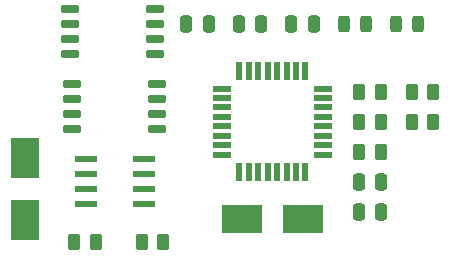
<source format=gtp>
%TF.GenerationSoftware,KiCad,Pcbnew,9.0.0*%
%TF.CreationDate,2025-03-11T16:24:46+11:00*%
%TF.ProjectId,MCU Datalogger,4d435520-4461-4746-916c-6f676765722e,1*%
%TF.SameCoordinates,Original*%
%TF.FileFunction,Paste,Top*%
%TF.FilePolarity,Positive*%
%FSLAX46Y46*%
G04 Gerber Fmt 4.6, Leading zero omitted, Abs format (unit mm)*
G04 Created by KiCad (PCBNEW 9.0.0) date 2025-03-11 16:24:46*
%MOMM*%
%LPD*%
G01*
G04 APERTURE LIST*
G04 Aperture macros list*
%AMRoundRect*
0 Rectangle with rounded corners*
0 $1 Rounding radius*
0 $2 $3 $4 $5 $6 $7 $8 $9 X,Y pos of 4 corners*
0 Add a 4 corners polygon primitive as box body*
4,1,4,$2,$3,$4,$5,$6,$7,$8,$9,$2,$3,0*
0 Add four circle primitives for the rounded corners*
1,1,$1+$1,$2,$3*
1,1,$1+$1,$4,$5*
1,1,$1+$1,$6,$7*
1,1,$1+$1,$8,$9*
0 Add four rect primitives between the rounded corners*
20,1,$1+$1,$2,$3,$4,$5,0*
20,1,$1+$1,$4,$5,$6,$7,0*
20,1,$1+$1,$6,$7,$8,$9,0*
20,1,$1+$1,$8,$9,$2,$3,0*%
G04 Aperture macros list end*
%ADD10R,1.970000X0.590000*%
%ADD11RoundRect,0.250000X-0.250000X-0.475000X0.250000X-0.475000X0.250000X0.475000X-0.250000X0.475000X0*%
%ADD12RoundRect,0.250000X0.262500X0.450000X-0.262500X0.450000X-0.262500X-0.450000X0.262500X-0.450000X0*%
%ADD13RoundRect,0.250000X-0.262500X-0.450000X0.262500X-0.450000X0.262500X0.450000X-0.262500X0.450000X0*%
%ADD14RoundRect,0.243750X-0.243750X-0.456250X0.243750X-0.456250X0.243750X0.456250X-0.243750X0.456250X0*%
%ADD15RoundRect,0.150000X-0.650000X-0.150000X0.650000X-0.150000X0.650000X0.150000X-0.650000X0.150000X0*%
%ADD16R,3.500000X2.400000*%
%ADD17R,2.400000X3.500000*%
%ADD18R,1.500000X0.550000*%
%ADD19R,0.550000X1.500000*%
%ADD20RoundRect,0.250000X0.250000X0.475000X-0.250000X0.475000X-0.250000X-0.475000X0.250000X-0.475000X0*%
G04 APERTURE END LIST*
D10*
%TO.C,U1*%
X127700000Y-81280000D03*
X127700000Y-82550000D03*
X127700000Y-83820000D03*
X127700000Y-85090000D03*
X132650000Y-85090000D03*
X132650000Y-83820000D03*
X132650000Y-82550000D03*
X132650000Y-81280000D03*
%TD*%
D11*
%TO.C,C5*%
X145100000Y-69850000D03*
X147000000Y-69850000D03*
%TD*%
D12*
%TO.C,R6*%
X157122500Y-78105000D03*
X155297500Y-78105000D03*
%TD*%
%TO.C,R7*%
X152677500Y-75565000D03*
X150852500Y-75565000D03*
%TD*%
D13*
%TO.C,R2*%
X132437500Y-88265000D03*
X134262500Y-88265000D03*
%TD*%
D14*
%TO.C,D2*%
X149557500Y-69850000D03*
X151432500Y-69850000D03*
%TD*%
D15*
%TO.C,U3*%
X126575000Y-74930000D03*
X126575000Y-76200000D03*
X126575000Y-77470000D03*
X126575000Y-78740000D03*
X133775000Y-78740000D03*
X133775000Y-77470000D03*
X133775000Y-76200000D03*
X133775000Y-74930000D03*
%TD*%
D11*
%TO.C,C4*%
X150835000Y-83185000D03*
X152735000Y-83185000D03*
%TD*%
D12*
%TO.C,R1*%
X128547500Y-88265000D03*
X126722500Y-88265000D03*
%TD*%
D16*
%TO.C,Y2*%
X140910000Y-86360000D03*
X146110000Y-86360000D03*
%TD*%
D17*
%TO.C,Y1*%
X122555000Y-86420000D03*
X122555000Y-81220000D03*
%TD*%
D11*
%TO.C,C2*%
X150815000Y-85725000D03*
X152715000Y-85725000D03*
%TD*%
D12*
%TO.C,R3*%
X152677500Y-80645000D03*
X150852500Y-80645000D03*
%TD*%
D15*
%TO.C,U2*%
X126347500Y-68580000D03*
X126347500Y-69850000D03*
X126347500Y-71120000D03*
X126347500Y-72390000D03*
X133547500Y-72390000D03*
X133547500Y-71120000D03*
X133547500Y-69850000D03*
X133547500Y-68580000D03*
%TD*%
D12*
%TO.C,R4*%
X152677500Y-78105000D03*
X150852500Y-78105000D03*
%TD*%
D11*
%TO.C,C3*%
X140655000Y-69850000D03*
X142555000Y-69850000D03*
%TD*%
D13*
%TO.C,R5*%
X155297500Y-75565000D03*
X157122500Y-75565000D03*
%TD*%
D18*
%TO.C,U4*%
X139210000Y-75305000D03*
X139210000Y-76105000D03*
X139210000Y-76905000D03*
X139210000Y-77705000D03*
X139210000Y-78505000D03*
X139210000Y-79305000D03*
X139210000Y-80105000D03*
X139210000Y-80905000D03*
D19*
X140710000Y-82405000D03*
X141510000Y-82405000D03*
X142310000Y-82405000D03*
X143110000Y-82405000D03*
X143910000Y-82405000D03*
X144710000Y-82405000D03*
X145510000Y-82405000D03*
X146310000Y-82405000D03*
D18*
X147810000Y-80905000D03*
X147810000Y-80105000D03*
X147810000Y-79305000D03*
X147810000Y-78505000D03*
X147810000Y-77705000D03*
X147810000Y-76905000D03*
X147810000Y-76105000D03*
X147810000Y-75305000D03*
D19*
X146310000Y-73805000D03*
X145510000Y-73805000D03*
X144710000Y-73805000D03*
X143910000Y-73805000D03*
X143110000Y-73805000D03*
X142310000Y-73805000D03*
X141510000Y-73805000D03*
X140710000Y-73805000D03*
%TD*%
D14*
%TO.C,D1*%
X154002500Y-69850000D03*
X155877500Y-69850000D03*
%TD*%
D20*
%TO.C,C1*%
X138110000Y-69850000D03*
X136210000Y-69850000D03*
%TD*%
M02*

</source>
